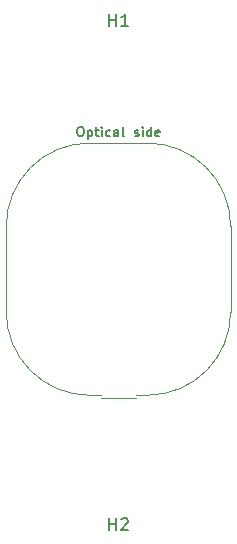
<source format=gbr>
G04 #@! TF.GenerationSoftware,KiCad,Pcbnew,7.0.5-0*
G04 #@! TF.CreationDate,2023-08-21T21:43:47+08:00*
G04 #@! TF.ProjectId,sensor,73656e73-6f72-42e6-9b69-6361645f7063,rev?*
G04 #@! TF.SameCoordinates,PX4d3f640PY69db9c0*
G04 #@! TF.FileFunction,Legend,Top*
G04 #@! TF.FilePolarity,Positive*
%FSLAX46Y46*%
G04 Gerber Fmt 4.6, Leading zero omitted, Abs format (unit mm)*
G04 Created by KiCad (PCBNEW 7.0.5-0) date 2023-08-21 21:43:47*
%MOMM*%
%LPD*%
G01*
G04 APERTURE LIST*
%ADD10C,0.150000*%
%ADD11C,0.100000*%
G04 APERTURE END LIST*
D10*
X-3278936Y12337705D02*
X-3126555Y12337705D01*
X-3126555Y12337705D02*
X-3050365Y12299610D01*
X-3050365Y12299610D02*
X-2974174Y12223420D01*
X-2974174Y12223420D02*
X-2936079Y12071039D01*
X-2936079Y12071039D02*
X-2936079Y11804372D01*
X-2936079Y11804372D02*
X-2974174Y11651991D01*
X-2974174Y11651991D02*
X-3050365Y11575800D01*
X-3050365Y11575800D02*
X-3126555Y11537705D01*
X-3126555Y11537705D02*
X-3278936Y11537705D01*
X-3278936Y11537705D02*
X-3355127Y11575800D01*
X-3355127Y11575800D02*
X-3431317Y11651991D01*
X-3431317Y11651991D02*
X-3469413Y11804372D01*
X-3469413Y11804372D02*
X-3469413Y12071039D01*
X-3469413Y12071039D02*
X-3431317Y12223420D01*
X-3431317Y12223420D02*
X-3355127Y12299610D01*
X-3355127Y12299610D02*
X-3278936Y12337705D01*
X-2593222Y12071039D02*
X-2593222Y11271039D01*
X-2593222Y12032943D02*
X-2517032Y12071039D01*
X-2517032Y12071039D02*
X-2364651Y12071039D01*
X-2364651Y12071039D02*
X-2288460Y12032943D01*
X-2288460Y12032943D02*
X-2250365Y11994848D01*
X-2250365Y11994848D02*
X-2212270Y11918658D01*
X-2212270Y11918658D02*
X-2212270Y11690086D01*
X-2212270Y11690086D02*
X-2250365Y11613896D01*
X-2250365Y11613896D02*
X-2288460Y11575800D01*
X-2288460Y11575800D02*
X-2364651Y11537705D01*
X-2364651Y11537705D02*
X-2517032Y11537705D01*
X-2517032Y11537705D02*
X-2593222Y11575800D01*
X-1983698Y12071039D02*
X-1678936Y12071039D01*
X-1869412Y12337705D02*
X-1869412Y11651991D01*
X-1869412Y11651991D02*
X-1831317Y11575800D01*
X-1831317Y11575800D02*
X-1755127Y11537705D01*
X-1755127Y11537705D02*
X-1678936Y11537705D01*
X-1412269Y11537705D02*
X-1412269Y12071039D01*
X-1412269Y12337705D02*
X-1450365Y12299610D01*
X-1450365Y12299610D02*
X-1412269Y12261515D01*
X-1412269Y12261515D02*
X-1374174Y12299610D01*
X-1374174Y12299610D02*
X-1412269Y12337705D01*
X-1412269Y12337705D02*
X-1412269Y12261515D01*
X-688460Y11575800D02*
X-764651Y11537705D01*
X-764651Y11537705D02*
X-917032Y11537705D01*
X-917032Y11537705D02*
X-993222Y11575800D01*
X-993222Y11575800D02*
X-1031317Y11613896D01*
X-1031317Y11613896D02*
X-1069413Y11690086D01*
X-1069413Y11690086D02*
X-1069413Y11918658D01*
X-1069413Y11918658D02*
X-1031317Y11994848D01*
X-1031317Y11994848D02*
X-993222Y12032943D01*
X-993222Y12032943D02*
X-917032Y12071039D01*
X-917032Y12071039D02*
X-764651Y12071039D01*
X-764651Y12071039D02*
X-688460Y12032943D01*
X-2746Y11537705D02*
X-2746Y11956753D01*
X-2746Y11956753D02*
X-40841Y12032943D01*
X-40841Y12032943D02*
X-117032Y12071039D01*
X-117032Y12071039D02*
X-269413Y12071039D01*
X-269413Y12071039D02*
X-345603Y12032943D01*
X-2746Y11575800D02*
X-78937Y11537705D01*
X-78937Y11537705D02*
X-269413Y11537705D01*
X-269413Y11537705D02*
X-345603Y11575800D01*
X-345603Y11575800D02*
X-383699Y11651991D01*
X-383699Y11651991D02*
X-383699Y11728181D01*
X-383699Y11728181D02*
X-345603Y11804372D01*
X-345603Y11804372D02*
X-269413Y11842467D01*
X-269413Y11842467D02*
X-78937Y11842467D01*
X-78937Y11842467D02*
X-2746Y11880562D01*
X492492Y11537705D02*
X416302Y11575800D01*
X416302Y11575800D02*
X378207Y11651991D01*
X378207Y11651991D02*
X378207Y12337705D01*
X1368683Y11575800D02*
X1444874Y11537705D01*
X1444874Y11537705D02*
X1597255Y11537705D01*
X1597255Y11537705D02*
X1673445Y11575800D01*
X1673445Y11575800D02*
X1711541Y11651991D01*
X1711541Y11651991D02*
X1711541Y11690086D01*
X1711541Y11690086D02*
X1673445Y11766277D01*
X1673445Y11766277D02*
X1597255Y11804372D01*
X1597255Y11804372D02*
X1482969Y11804372D01*
X1482969Y11804372D02*
X1406779Y11842467D01*
X1406779Y11842467D02*
X1368683Y11918658D01*
X1368683Y11918658D02*
X1368683Y11956753D01*
X1368683Y11956753D02*
X1406779Y12032943D01*
X1406779Y12032943D02*
X1482969Y12071039D01*
X1482969Y12071039D02*
X1597255Y12071039D01*
X1597255Y12071039D02*
X1673445Y12032943D01*
X2054398Y11537705D02*
X2054398Y12071039D01*
X2054398Y12337705D02*
X2016302Y12299610D01*
X2016302Y12299610D02*
X2054398Y12261515D01*
X2054398Y12261515D02*
X2092493Y12299610D01*
X2092493Y12299610D02*
X2054398Y12337705D01*
X2054398Y12337705D02*
X2054398Y12261515D01*
X2778207Y11537705D02*
X2778207Y12337705D01*
X2778207Y11575800D02*
X2702016Y11537705D01*
X2702016Y11537705D02*
X2549635Y11537705D01*
X2549635Y11537705D02*
X2473445Y11575800D01*
X2473445Y11575800D02*
X2435350Y11613896D01*
X2435350Y11613896D02*
X2397254Y11690086D01*
X2397254Y11690086D02*
X2397254Y11918658D01*
X2397254Y11918658D02*
X2435350Y11994848D01*
X2435350Y11994848D02*
X2473445Y12032943D01*
X2473445Y12032943D02*
X2549635Y12071039D01*
X2549635Y12071039D02*
X2702016Y12071039D01*
X2702016Y12071039D02*
X2778207Y12032943D01*
X3463922Y11575800D02*
X3387731Y11537705D01*
X3387731Y11537705D02*
X3235350Y11537705D01*
X3235350Y11537705D02*
X3159160Y11575800D01*
X3159160Y11575800D02*
X3121064Y11651991D01*
X3121064Y11651991D02*
X3121064Y11956753D01*
X3121064Y11956753D02*
X3159160Y12032943D01*
X3159160Y12032943D02*
X3235350Y12071039D01*
X3235350Y12071039D02*
X3387731Y12071039D01*
X3387731Y12071039D02*
X3463922Y12032943D01*
X3463922Y12032943D02*
X3502017Y11956753D01*
X3502017Y11956753D02*
X3502017Y11880562D01*
X3502017Y11880562D02*
X3121064Y11804372D01*
X-761905Y-21804819D02*
X-761905Y-20804819D01*
X-761905Y-21281009D02*
X-190477Y-21281009D01*
X-190477Y-21804819D02*
X-190477Y-20804819D01*
X238095Y-20900057D02*
X285714Y-20852438D01*
X285714Y-20852438D02*
X380952Y-20804819D01*
X380952Y-20804819D02*
X619047Y-20804819D01*
X619047Y-20804819D02*
X714285Y-20852438D01*
X714285Y-20852438D02*
X761904Y-20900057D01*
X761904Y-20900057D02*
X809523Y-20995295D01*
X809523Y-20995295D02*
X809523Y-21090533D01*
X809523Y-21090533D02*
X761904Y-21233390D01*
X761904Y-21233390D02*
X190476Y-21804819D01*
X190476Y-21804819D02*
X809523Y-21804819D01*
X-761905Y20895181D02*
X-761905Y21895181D01*
X-761905Y21418991D02*
X-190477Y21418991D01*
X-190477Y20895181D02*
X-190477Y21895181D01*
X809523Y20895181D02*
X238095Y20895181D01*
X523809Y20895181D02*
X523809Y21895181D01*
X523809Y21895181D02*
X428571Y21752324D01*
X428571Y21752324D02*
X333333Y21657086D01*
X333333Y21657086D02*
X238095Y21609467D01*
D11*
X-9500000Y-3330000D02*
X-9500000Y3920000D01*
X-2450000Y10970000D02*
X2450000Y10970000D01*
X-2450000Y-10380000D02*
X-1500000Y-10380000D01*
X-1500000Y-10630000D02*
X1500000Y-10630000D01*
X1500000Y-10380000D02*
X2450000Y-10380000D01*
X9500000Y-3330000D02*
X9500000Y3920000D01*
X-2450000Y10970000D02*
G75*
G03*
X-9500000Y3920000I6J-7050006D01*
G01*
X-9500000Y-3330000D02*
G75*
G03*
X-2450000Y-10380000I7049999J-1D01*
G01*
X9500000Y3920000D02*
G75*
G03*
X2450000Y10970000I-7050000J0D01*
G01*
X2450000Y-10380000D02*
G75*
G03*
X9500000Y-3330000I0J7050000D01*
G01*
M02*

</source>
